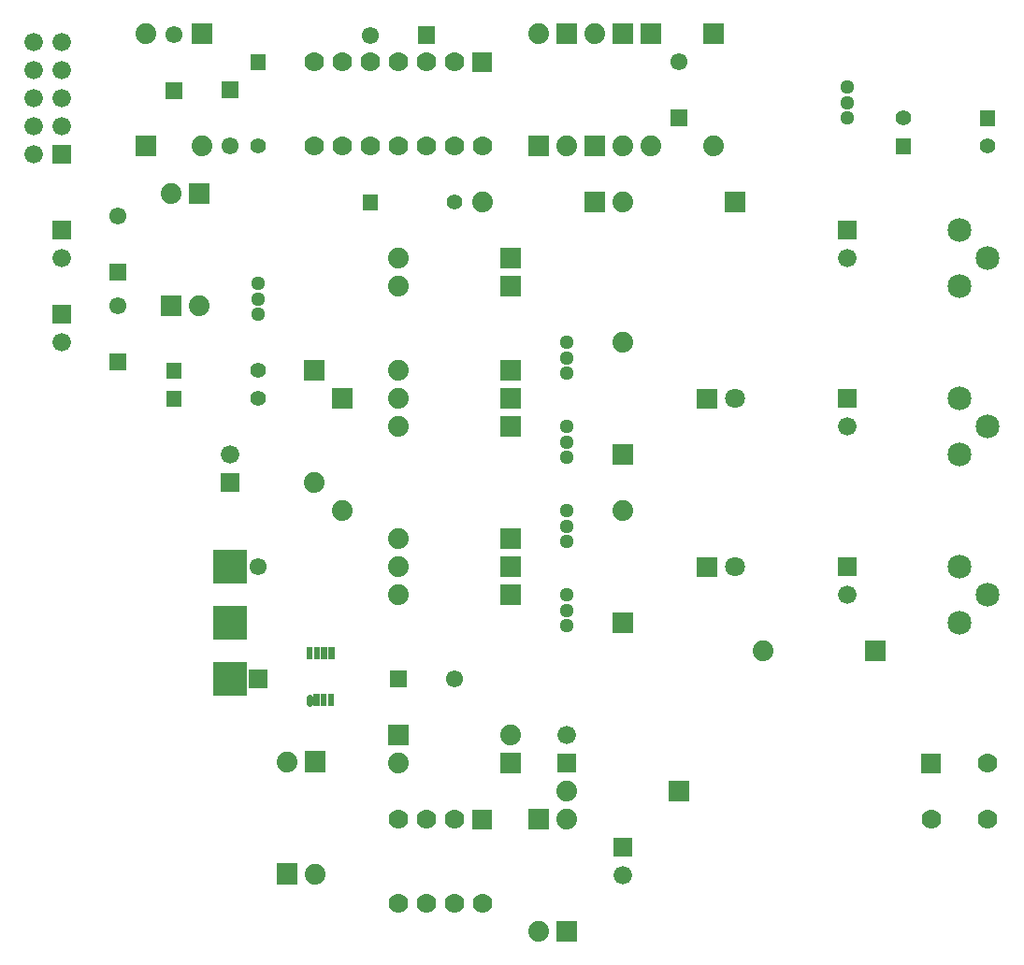
<source format=gbr>
G04 start of page 6 for group -4063 idx -4063 *
G04 Title: (unknown), componentmask *
G04 Creator: pcb 20110918 *
G04 CreationDate: Wed 26 Feb 2014 06:05:46 GMT UTC *
G04 For: ksarkies *
G04 Format: Gerber/RS-274X *
G04 PCB-Dimensions: 390000 390000 *
G04 PCB-Coordinate-Origin: lower left *
%MOIN*%
%FSLAX25Y25*%
%LNTOPMASK*%
%ADD81C,0.0220*%
%ADD80R,0.0220X0.0220*%
%ADD79C,0.0560*%
%ADD78C,0.0710*%
%ADD77C,0.0510*%
%ADD76C,0.0700*%
%ADD75C,0.0610*%
%ADD74C,0.0850*%
%ADD73C,0.0660*%
%ADD72C,0.0740*%
%ADD71C,0.0001*%
G54D71*G36*
X326300Y133700D02*Y126300D01*
X333700D01*
Y133700D01*
X326300D01*
G37*
G54D72*X290000Y130000D03*
G54D71*G36*
X236300Y143700D02*Y136300D01*
X243700D01*
Y143700D01*
X236300D01*
G37*
G36*
X316700Y163300D02*Y156700D01*
X323300D01*
Y163300D01*
X316700D01*
G37*
G54D73*X320000Y150000D03*
G54D74*X360000Y160000D03*
X370000Y150000D03*
X360000Y140000D03*
G54D72*X160000Y170000D03*
Y150000D03*
Y90000D03*
G54D71*G36*
X156300Y103700D02*Y96300D01*
X163700D01*
Y103700D01*
X156300D01*
G37*
G36*
X156950Y123050D02*Y116950D01*
X163050D01*
Y123050D01*
X156950D01*
G37*
G36*
X196300Y153700D02*Y146300D01*
X203700D01*
Y153700D01*
X196300D01*
G37*
G54D75*X180000Y120000D03*
G54D71*G36*
X196300Y93700D02*Y86300D01*
X203700D01*
Y93700D01*
X196300D01*
G37*
G36*
X186500Y73500D02*Y66500D01*
X193500D01*
Y73500D01*
X186500D01*
G37*
G54D72*X200000Y100000D03*
G54D76*X160000Y70000D03*
G54D71*G36*
X126590Y94270D02*Y86870D01*
X133990D01*
Y94270D01*
X126590D01*
G37*
G54D72*X120290Y90570D03*
G54D76*X160000Y40000D03*
G54D72*X130290Y50570D03*
G54D71*G36*
X116590Y54270D02*Y46870D01*
X123990D01*
Y54270D01*
X116590D01*
G37*
G54D72*X210000Y30000D03*
G54D76*X180000Y70000D03*
X170000D03*
Y40000D03*
X180000D03*
X190000D03*
G54D71*G36*
X216300Y33700D02*Y26300D01*
X223700D01*
Y33700D01*
X216300D01*
G37*
G54D72*X220000Y70000D03*
G54D71*G36*
X236700Y63300D02*Y56700D01*
X243300D01*
Y63300D01*
X236700D01*
G37*
G36*
X256300Y83700D02*Y76300D01*
X263700D01*
Y83700D01*
X256300D01*
G37*
G54D73*X240000Y50000D03*
G54D71*G36*
X206300Y73700D02*Y66300D01*
X213700D01*
Y73700D01*
X206300D01*
G37*
G36*
X216700Y93300D02*Y86700D01*
X223300D01*
Y93300D01*
X216700D01*
G37*
G54D73*X220000Y100000D03*
G54D72*Y80000D03*
G54D71*G36*
X346500Y93500D02*Y86500D01*
X353500D01*
Y93500D01*
X346500D01*
G37*
G54D76*X350000Y70000D03*
X370000Y90000D03*
Y70000D03*
G54D77*X220000Y169000D03*
G54D71*G36*
X196300Y163700D02*Y156300D01*
X203700D01*
Y163700D01*
X196300D01*
G37*
G54D72*X160000Y160000D03*
G54D71*G36*
X266450Y163550D02*Y156450D01*
X273550D01*
Y163550D01*
X266450D01*
G37*
G54D78*X280000Y160000D03*
G54D71*G36*
X196300Y173700D02*Y166300D01*
X203700D01*
Y173700D01*
X196300D01*
G37*
G54D77*X220000Y150000D03*
Y144500D03*
Y139000D03*
G54D71*G36*
X106700Y123300D02*Y116700D01*
X113300D01*
Y123300D01*
X106700D01*
G37*
G36*
X93950Y146050D02*Y133950D01*
X106050D01*
Y146050D01*
X93950D01*
G37*
G36*
Y126050D02*Y113950D01*
X106050D01*
Y126050D01*
X93950D01*
G37*
G54D75*X110000Y160000D03*
G54D71*G36*
X93950Y166050D02*Y153950D01*
X106050D01*
Y166050D01*
X93950D01*
G37*
G36*
X196300Y263700D02*Y256300D01*
X203700D01*
Y263700D01*
X196300D01*
G37*
G54D72*X160000Y260000D03*
G54D71*G36*
X196300Y273700D02*Y266300D01*
X203700D01*
Y273700D01*
X196300D01*
G37*
G54D72*X160000Y270000D03*
G54D71*G36*
X206300Y313700D02*Y306300D01*
X213700D01*
Y313700D01*
X206300D01*
G37*
G54D72*X190000Y290000D03*
X220000Y310000D03*
G54D76*X170000D03*
X180000D03*
X190000D03*
G54D77*X220000Y180000D03*
Y210000D03*
Y204500D03*
Y199000D03*
G54D71*G36*
X236300Y203700D02*Y196300D01*
X243700D01*
Y203700D01*
X236300D01*
G37*
G54D72*X240000Y240000D03*
G54D77*X220000Y174500D03*
Y240000D03*
Y234500D03*
Y229000D03*
G54D71*G36*
X196300Y223700D02*Y216300D01*
X203700D01*
Y223700D01*
X196300D01*
G37*
G54D72*X160000Y220000D03*
G54D71*G36*
X196300Y213700D02*Y206300D01*
X203700D01*
Y213700D01*
X196300D01*
G37*
G54D72*X160000Y210000D03*
G54D71*G36*
X196300Y233700D02*Y226300D01*
X203700D01*
Y233700D01*
X196300D01*
G37*
G54D72*X160000Y230000D03*
X240000Y180000D03*
G54D71*G36*
X136300Y223700D02*Y216300D01*
X143700D01*
Y223700D01*
X136300D01*
G37*
G54D72*X140000Y180000D03*
G54D71*G36*
X126300Y233700D02*Y226300D01*
X133700D01*
Y233700D01*
X126300D01*
G37*
G54D72*X130000Y190000D03*
G54D77*X320000Y325500D03*
Y331000D03*
G54D71*G36*
X96950Y333050D02*Y326950D01*
X103050D01*
Y333050D01*
X96950D01*
G37*
G54D79*X110000Y310000D03*
G54D76*X130000D03*
G54D71*G36*
X147200Y292800D02*Y287200D01*
X152800D01*
Y292800D01*
X147200D01*
G37*
G54D79*X180000Y290000D03*
G54D76*X140000Y310000D03*
X150000D03*
X160000D03*
G54D72*X240000D03*
G54D71*G36*
X256950Y323050D02*Y316950D01*
X263050D01*
Y323050D01*
X256950D01*
G37*
G36*
X75300Y256700D02*Y249300D01*
X82700D01*
Y256700D01*
X75300D01*
G37*
G36*
X56950Y236050D02*Y229950D01*
X63050D01*
Y236050D01*
X56950D01*
G37*
G54D75*X60000Y253000D03*
G54D77*X110000Y250000D03*
Y255500D03*
G54D72*X89000Y253000D03*
G54D77*X110000Y261000D03*
G54D71*G36*
X77200Y222800D02*Y217200D01*
X82800D01*
Y222800D01*
X77200D01*
G37*
G36*
Y232800D02*Y227200D01*
X82800D01*
Y232800D01*
X77200D01*
G37*
G54D79*X110000Y220000D03*
Y230000D03*
G54D71*G36*
X96700Y193300D02*Y186700D01*
X103300D01*
Y193300D01*
X96700D01*
G37*
G54D73*X100000Y200000D03*
G54D72*X79000Y293000D03*
G54D75*X60000Y285000D03*
G54D71*G36*
X85300Y296700D02*Y289300D01*
X92700D01*
Y296700D01*
X85300D01*
G37*
G36*
X36700Y253300D02*Y246700D01*
X43300D01*
Y253300D01*
X36700D01*
G37*
G54D73*X40000Y240000D03*
G54D71*G36*
X36700Y283300D02*Y276700D01*
X43300D01*
Y283300D01*
X36700D01*
G37*
G54D73*X40000Y270000D03*
G54D71*G36*
X56950Y268050D02*Y261950D01*
X63050D01*
Y268050D01*
X56950D01*
G37*
G36*
X36700Y310300D02*Y303700D01*
X43300D01*
Y310300D01*
X36700D01*
G37*
G54D73*X40000Y317000D03*
Y327000D03*
G54D71*G36*
X86300Y353700D02*Y346300D01*
X93700D01*
Y353700D01*
X86300D01*
G37*
G54D75*X80000Y349800D03*
G54D71*G36*
X166950Y352650D02*Y346550D01*
X173050D01*
Y352650D01*
X166950D01*
G37*
G54D75*X150000Y349600D03*
G54D72*X70000Y350000D03*
G54D73*X40000Y347000D03*
X30000D03*
G54D71*G36*
X107200Y342800D02*Y337200D01*
X112800D01*
Y342800D01*
X107200D01*
G37*
G54D76*X150000Y340000D03*
X140000D03*
X130000D03*
G54D71*G36*
X76950Y332850D02*Y326750D01*
X83050D01*
Y332850D01*
X76950D01*
G37*
G54D73*X40000Y337000D03*
X30000D03*
G54D71*G36*
X66300Y313700D02*Y306300D01*
X73700D01*
Y313700D01*
X66300D01*
G37*
G36*
X186500Y343500D02*Y336500D01*
X193500D01*
Y343500D01*
X186500D01*
G37*
G54D76*X180000Y340000D03*
X170000D03*
X160000D03*
G54D73*X30000Y307000D03*
Y317000D03*
Y327000D03*
G54D75*X100000Y310000D03*
G54D72*X90000D03*
G54D71*G36*
X226300Y313700D02*Y306300D01*
X233700D01*
Y313700D01*
X226300D01*
G37*
G54D72*X250000Y310000D03*
G54D71*G36*
X268750Y353900D02*Y346500D01*
X276150D01*
Y353900D01*
X268750D01*
G37*
G54D72*X210000Y350000D03*
G54D71*G36*
X216300Y353700D02*Y346300D01*
X223700D01*
Y353700D01*
X216300D01*
G37*
G54D72*X230000Y350000D03*
G54D71*G36*
X246300Y353700D02*Y346300D01*
X253700D01*
Y353700D01*
X246300D01*
G37*
G36*
X236300D02*Y346300D01*
X243700D01*
Y353700D01*
X236300D01*
G37*
G54D75*X260000Y340000D03*
G54D71*G36*
X337200Y312800D02*Y307200D01*
X342800D01*
Y312800D01*
X337200D01*
G37*
G54D79*X340000Y320000D03*
X370000Y310000D03*
G54D71*G36*
X367200Y322800D02*Y317200D01*
X372800D01*
Y322800D01*
X367200D01*
G37*
G54D77*X320000Y320000D03*
G54D71*G36*
X226300Y293700D02*Y286300D01*
X233700D01*
Y293700D01*
X226300D01*
G37*
G36*
X276300D02*Y286300D01*
X283700D01*
Y293700D01*
X276300D01*
G37*
G54D72*X240000Y290000D03*
X272450Y310200D03*
G54D71*G36*
X316700Y283300D02*Y276700D01*
X323300D01*
Y283300D01*
X316700D01*
G37*
G54D73*X320000Y270000D03*
G54D74*X360000Y280000D03*
Y260000D03*
X370000Y270000D03*
G54D71*G36*
X266450Y223550D02*Y216450D01*
X273550D01*
Y223550D01*
X266450D01*
G37*
G54D78*X280000Y220000D03*
G54D71*G36*
X316700Y223300D02*Y216700D01*
X323300D01*
Y223300D01*
X316700D01*
G37*
G54D73*X320000Y210000D03*
G54D74*X360000Y220000D03*
X370000Y210000D03*
X360000Y200000D03*
G54D80*X136100Y130300D02*Y128100D01*
X133500Y130300D02*Y128100D01*
X131000Y130300D02*Y128100D01*
G54D81*X128300Y113600D02*Y111400D01*
G54D80*X130900Y113600D02*Y111400D01*
X133400Y113600D02*Y111400D01*
X136000Y113600D02*Y111400D01*
X128400Y130300D02*Y128100D01*
M02*

</source>
